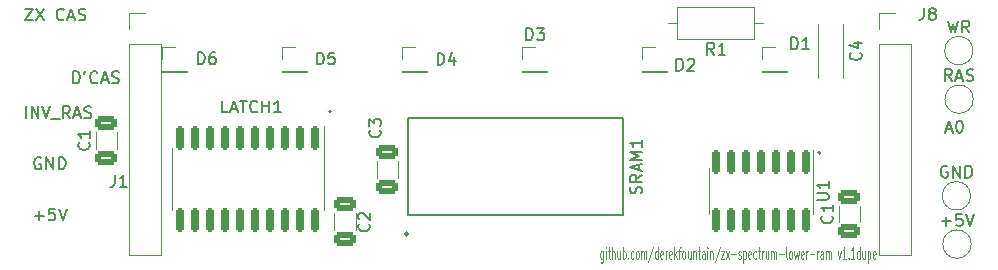
<source format=gto>
G04 #@! TF.GenerationSoftware,KiCad,Pcbnew,6.0.9-8da3e8f707~116~ubuntu20.04.1*
G04 #@! TF.CreationDate,2022-11-07T18:31:13+00:00*
G04 #@! TF.ProjectId,slrm,736c726d-2e6b-4696-9361-645f70636258,rev?*
G04 #@! TF.SameCoordinates,Original*
G04 #@! TF.FileFunction,Legend,Top*
G04 #@! TF.FilePolarity,Positive*
%FSLAX46Y46*%
G04 Gerber Fmt 4.6, Leading zero omitted, Abs format (unit mm)*
G04 Created by KiCad (PCBNEW 6.0.9-8da3e8f707~116~ubuntu20.04.1) date 2022-11-07 18:31:13*
%MOMM*%
%LPD*%
G01*
G04 APERTURE LIST*
G04 Aperture macros list*
%AMRoundRect*
0 Rectangle with rounded corners*
0 $1 Rounding radius*
0 $2 $3 $4 $5 $6 $7 $8 $9 X,Y pos of 4 corners*
0 Add a 4 corners polygon primitive as box body*
4,1,4,$2,$3,$4,$5,$6,$7,$8,$9,$2,$3,0*
0 Add four circle primitives for the rounded corners*
1,1,$1+$1,$2,$3*
1,1,$1+$1,$4,$5*
1,1,$1+$1,$6,$7*
1,1,$1+$1,$8,$9*
0 Add four rect primitives between the rounded corners*
20,1,$1+$1,$2,$3,$4,$5,0*
20,1,$1+$1,$4,$5,$6,$7,0*
20,1,$1+$1,$6,$7,$8,$9,0*
20,1,$1+$1,$8,$9,$2,$3,0*%
G04 Aperture macros list end*
%ADD10C,0.150000*%
%ADD11C,0.125000*%
%ADD12C,0.120000*%
%ADD13C,0.200000*%
%ADD14C,0.223606*%
%ADD15RoundRect,0.250000X0.650000X-0.325000X0.650000X0.325000X-0.650000X0.325000X-0.650000X-0.325000X0*%
%ADD16C,2.000000*%
%ADD17RoundRect,0.150000X-0.150000X0.825000X-0.150000X-0.825000X0.150000X-0.825000X0.150000X0.825000X0*%
%ADD18R,1.350000X1.350000*%
%ADD19C,1.600000*%
%ADD20O,0.600000X2.250000*%
%ADD21R,1.700000X1.700000*%
%ADD22O,1.700000X1.700000*%
%ADD23O,1.600000X1.600000*%
%ADD24RoundRect,0.150000X-0.150000X0.837500X-0.150000X-0.837500X0.150000X-0.837500X0.150000X0.837500X0*%
%ADD25RoundRect,0.250000X-0.650000X0.325000X-0.650000X-0.325000X0.650000X-0.325000X0.650000X0.325000X0*%
G04 APERTURE END LIST*
D10*
X109194161Y-84628780D02*
X109860828Y-84628780D01*
X109194161Y-85628780D01*
X109860828Y-85628780D01*
X110146542Y-84628780D02*
X110813209Y-85628780D01*
X110813209Y-84628780D02*
X110146542Y-85628780D01*
X112527495Y-85533542D02*
X112479876Y-85581161D01*
X112337019Y-85628780D01*
X112241780Y-85628780D01*
X112098923Y-85581161D01*
X112003685Y-85485923D01*
X111956066Y-85390685D01*
X111908447Y-85200209D01*
X111908447Y-85057352D01*
X111956066Y-84866876D01*
X112003685Y-84771638D01*
X112098923Y-84676400D01*
X112241780Y-84628780D01*
X112337019Y-84628780D01*
X112479876Y-84676400D01*
X112527495Y-84724019D01*
X112908447Y-85343066D02*
X113384638Y-85343066D01*
X112813209Y-85628780D02*
X113146542Y-84628780D01*
X113479876Y-85628780D01*
X113765590Y-85581161D02*
X113908447Y-85628780D01*
X114146542Y-85628780D01*
X114241780Y-85581161D01*
X114289400Y-85533542D01*
X114337019Y-85438304D01*
X114337019Y-85343066D01*
X114289400Y-85247828D01*
X114241780Y-85200209D01*
X114146542Y-85152590D01*
X113956066Y-85104971D01*
X113860828Y-85057352D01*
X113813209Y-85009733D01*
X113765590Y-84914495D01*
X113765590Y-84819257D01*
X113813209Y-84724019D01*
X113860828Y-84676400D01*
X113956066Y-84628780D01*
X114194161Y-84628780D01*
X114337019Y-84676400D01*
X110558095Y-97266600D02*
X110462857Y-97218980D01*
X110320000Y-97218980D01*
X110177142Y-97266600D01*
X110081904Y-97361838D01*
X110034285Y-97457076D01*
X109986666Y-97647552D01*
X109986666Y-97790409D01*
X110034285Y-97980885D01*
X110081904Y-98076123D01*
X110177142Y-98171361D01*
X110320000Y-98218980D01*
X110415238Y-98218980D01*
X110558095Y-98171361D01*
X110605714Y-98123742D01*
X110605714Y-97790409D01*
X110415238Y-97790409D01*
X111034285Y-98218980D02*
X111034285Y-97218980D01*
X111605714Y-98218980D01*
X111605714Y-97218980D01*
X112081904Y-98218980D02*
X112081904Y-97218980D01*
X112320000Y-97218980D01*
X112462857Y-97266600D01*
X112558095Y-97361838D01*
X112605714Y-97457076D01*
X112653333Y-97647552D01*
X112653333Y-97790409D01*
X112605714Y-97980885D01*
X112558095Y-98076123D01*
X112462857Y-98171361D01*
X112320000Y-98218980D01*
X112081904Y-98218980D01*
X110034285Y-102181428D02*
X110796190Y-102181428D01*
X110415238Y-102562380D02*
X110415238Y-101800476D01*
X111748571Y-101562380D02*
X111272380Y-101562380D01*
X111224761Y-102038571D01*
X111272380Y-101990952D01*
X111367619Y-101943333D01*
X111605714Y-101943333D01*
X111700952Y-101990952D01*
X111748571Y-102038571D01*
X111796190Y-102133809D01*
X111796190Y-102371904D01*
X111748571Y-102467142D01*
X111700952Y-102514761D01*
X111605714Y-102562380D01*
X111367619Y-102562380D01*
X111272380Y-102514761D01*
X111224761Y-102467142D01*
X112081904Y-101562380D02*
X112415238Y-102562380D01*
X112748571Y-101562380D01*
X135140000Y-93320000D02*
G75*
G03*
X135140000Y-93320000I-100000J0D01*
G01*
X176580000Y-96820000D02*
G75*
G03*
X176580000Y-96820000I-100000J0D01*
G01*
D11*
X158163333Y-105145714D02*
X158163333Y-105955238D01*
X158139523Y-106050476D01*
X158115714Y-106098095D01*
X158068095Y-106145714D01*
X157996666Y-106145714D01*
X157949047Y-106098095D01*
X158163333Y-105764761D02*
X158115714Y-105812380D01*
X158020476Y-105812380D01*
X157972857Y-105764761D01*
X157949047Y-105717142D01*
X157925238Y-105621904D01*
X157925238Y-105336190D01*
X157949047Y-105240952D01*
X157972857Y-105193333D01*
X158020476Y-105145714D01*
X158115714Y-105145714D01*
X158163333Y-105193333D01*
X158401428Y-105812380D02*
X158401428Y-105145714D01*
X158401428Y-104812380D02*
X158377619Y-104860000D01*
X158401428Y-104907619D01*
X158425238Y-104860000D01*
X158401428Y-104812380D01*
X158401428Y-104907619D01*
X158568095Y-105145714D02*
X158758571Y-105145714D01*
X158639523Y-104812380D02*
X158639523Y-105669523D01*
X158663333Y-105764761D01*
X158710952Y-105812380D01*
X158758571Y-105812380D01*
X158925238Y-105812380D02*
X158925238Y-104812380D01*
X159139523Y-105812380D02*
X159139523Y-105288571D01*
X159115714Y-105193333D01*
X159068095Y-105145714D01*
X158996666Y-105145714D01*
X158949047Y-105193333D01*
X158925238Y-105240952D01*
X159591904Y-105145714D02*
X159591904Y-105812380D01*
X159377619Y-105145714D02*
X159377619Y-105669523D01*
X159401428Y-105764761D01*
X159449047Y-105812380D01*
X159520476Y-105812380D01*
X159568095Y-105764761D01*
X159591904Y-105717142D01*
X159830000Y-105812380D02*
X159830000Y-104812380D01*
X159830000Y-105193333D02*
X159877619Y-105145714D01*
X159972857Y-105145714D01*
X160020476Y-105193333D01*
X160044285Y-105240952D01*
X160068095Y-105336190D01*
X160068095Y-105621904D01*
X160044285Y-105717142D01*
X160020476Y-105764761D01*
X159972857Y-105812380D01*
X159877619Y-105812380D01*
X159830000Y-105764761D01*
X160282380Y-105717142D02*
X160306190Y-105764761D01*
X160282380Y-105812380D01*
X160258571Y-105764761D01*
X160282380Y-105717142D01*
X160282380Y-105812380D01*
X160734761Y-105764761D02*
X160687142Y-105812380D01*
X160591904Y-105812380D01*
X160544285Y-105764761D01*
X160520476Y-105717142D01*
X160496666Y-105621904D01*
X160496666Y-105336190D01*
X160520476Y-105240952D01*
X160544285Y-105193333D01*
X160591904Y-105145714D01*
X160687142Y-105145714D01*
X160734761Y-105193333D01*
X161020476Y-105812380D02*
X160972857Y-105764761D01*
X160949047Y-105717142D01*
X160925238Y-105621904D01*
X160925238Y-105336190D01*
X160949047Y-105240952D01*
X160972857Y-105193333D01*
X161020476Y-105145714D01*
X161091904Y-105145714D01*
X161139523Y-105193333D01*
X161163333Y-105240952D01*
X161187142Y-105336190D01*
X161187142Y-105621904D01*
X161163333Y-105717142D01*
X161139523Y-105764761D01*
X161091904Y-105812380D01*
X161020476Y-105812380D01*
X161401428Y-105812380D02*
X161401428Y-105145714D01*
X161401428Y-105240952D02*
X161425238Y-105193333D01*
X161472857Y-105145714D01*
X161544285Y-105145714D01*
X161591904Y-105193333D01*
X161615714Y-105288571D01*
X161615714Y-105812380D01*
X161615714Y-105288571D02*
X161639523Y-105193333D01*
X161687142Y-105145714D01*
X161758571Y-105145714D01*
X161806190Y-105193333D01*
X161830000Y-105288571D01*
X161830000Y-105812380D01*
X162425238Y-104764761D02*
X161996666Y-106050476D01*
X162806190Y-105812380D02*
X162806190Y-104812380D01*
X162806190Y-105764761D02*
X162758571Y-105812380D01*
X162663333Y-105812380D01*
X162615714Y-105764761D01*
X162591904Y-105717142D01*
X162568095Y-105621904D01*
X162568095Y-105336190D01*
X162591904Y-105240952D01*
X162615714Y-105193333D01*
X162663333Y-105145714D01*
X162758571Y-105145714D01*
X162806190Y-105193333D01*
X163234761Y-105764761D02*
X163187142Y-105812380D01*
X163091904Y-105812380D01*
X163044285Y-105764761D01*
X163020476Y-105669523D01*
X163020476Y-105288571D01*
X163044285Y-105193333D01*
X163091904Y-105145714D01*
X163187142Y-105145714D01*
X163234761Y-105193333D01*
X163258571Y-105288571D01*
X163258571Y-105383809D01*
X163020476Y-105479047D01*
X163472857Y-105812380D02*
X163472857Y-105145714D01*
X163472857Y-105336190D02*
X163496666Y-105240952D01*
X163520476Y-105193333D01*
X163568095Y-105145714D01*
X163615714Y-105145714D01*
X163972857Y-105764761D02*
X163925238Y-105812380D01*
X163830000Y-105812380D01*
X163782380Y-105764761D01*
X163758571Y-105669523D01*
X163758571Y-105288571D01*
X163782380Y-105193333D01*
X163830000Y-105145714D01*
X163925238Y-105145714D01*
X163972857Y-105193333D01*
X163996666Y-105288571D01*
X163996666Y-105383809D01*
X163758571Y-105479047D01*
X164210952Y-105812380D02*
X164210952Y-104812380D01*
X164258571Y-105431428D02*
X164401428Y-105812380D01*
X164401428Y-105145714D02*
X164210952Y-105526666D01*
X164544285Y-105145714D02*
X164734761Y-105145714D01*
X164615714Y-105812380D02*
X164615714Y-104955238D01*
X164639523Y-104860000D01*
X164687142Y-104812380D01*
X164734761Y-104812380D01*
X164972857Y-105812380D02*
X164925238Y-105764761D01*
X164901428Y-105717142D01*
X164877619Y-105621904D01*
X164877619Y-105336190D01*
X164901428Y-105240952D01*
X164925238Y-105193333D01*
X164972857Y-105145714D01*
X165044285Y-105145714D01*
X165091904Y-105193333D01*
X165115714Y-105240952D01*
X165139523Y-105336190D01*
X165139523Y-105621904D01*
X165115714Y-105717142D01*
X165091904Y-105764761D01*
X165044285Y-105812380D01*
X164972857Y-105812380D01*
X165568095Y-105145714D02*
X165568095Y-105812380D01*
X165353809Y-105145714D02*
X165353809Y-105669523D01*
X165377619Y-105764761D01*
X165425238Y-105812380D01*
X165496666Y-105812380D01*
X165544285Y-105764761D01*
X165568095Y-105717142D01*
X165806190Y-105145714D02*
X165806190Y-105812380D01*
X165806190Y-105240952D02*
X165830000Y-105193333D01*
X165877619Y-105145714D01*
X165949047Y-105145714D01*
X165996666Y-105193333D01*
X166020476Y-105288571D01*
X166020476Y-105812380D01*
X166187142Y-105145714D02*
X166377619Y-105145714D01*
X166258571Y-104812380D02*
X166258571Y-105669523D01*
X166282380Y-105764761D01*
X166330000Y-105812380D01*
X166377619Y-105812380D01*
X166758571Y-105812380D02*
X166758571Y-105288571D01*
X166734761Y-105193333D01*
X166687142Y-105145714D01*
X166591904Y-105145714D01*
X166544285Y-105193333D01*
X166758571Y-105764761D02*
X166710952Y-105812380D01*
X166591904Y-105812380D01*
X166544285Y-105764761D01*
X166520476Y-105669523D01*
X166520476Y-105574285D01*
X166544285Y-105479047D01*
X166591904Y-105431428D01*
X166710952Y-105431428D01*
X166758571Y-105383809D01*
X166996666Y-105812380D02*
X166996666Y-105145714D01*
X166996666Y-104812380D02*
X166972857Y-104860000D01*
X166996666Y-104907619D01*
X167020476Y-104860000D01*
X166996666Y-104812380D01*
X166996666Y-104907619D01*
X167234761Y-105145714D02*
X167234761Y-105812380D01*
X167234761Y-105240952D02*
X167258571Y-105193333D01*
X167306190Y-105145714D01*
X167377619Y-105145714D01*
X167425238Y-105193333D01*
X167449047Y-105288571D01*
X167449047Y-105812380D01*
X168044285Y-104764761D02*
X167615714Y-106050476D01*
X168163333Y-105145714D02*
X168425238Y-105145714D01*
X168163333Y-105812380D01*
X168425238Y-105812380D01*
X168568095Y-105812380D02*
X168830000Y-105145714D01*
X168568095Y-105145714D02*
X168830000Y-105812380D01*
X169020476Y-105431428D02*
X169401428Y-105431428D01*
X169615714Y-105764761D02*
X169663333Y-105812380D01*
X169758571Y-105812380D01*
X169806190Y-105764761D01*
X169830000Y-105669523D01*
X169830000Y-105621904D01*
X169806190Y-105526666D01*
X169758571Y-105479047D01*
X169687142Y-105479047D01*
X169639523Y-105431428D01*
X169615714Y-105336190D01*
X169615714Y-105288571D01*
X169639523Y-105193333D01*
X169687142Y-105145714D01*
X169758571Y-105145714D01*
X169806190Y-105193333D01*
X170044285Y-105145714D02*
X170044285Y-106145714D01*
X170044285Y-105193333D02*
X170091904Y-105145714D01*
X170187142Y-105145714D01*
X170234761Y-105193333D01*
X170258571Y-105240952D01*
X170282380Y-105336190D01*
X170282380Y-105621904D01*
X170258571Y-105717142D01*
X170234761Y-105764761D01*
X170187142Y-105812380D01*
X170091904Y-105812380D01*
X170044285Y-105764761D01*
X170687142Y-105764761D02*
X170639523Y-105812380D01*
X170544285Y-105812380D01*
X170496666Y-105764761D01*
X170472857Y-105669523D01*
X170472857Y-105288571D01*
X170496666Y-105193333D01*
X170544285Y-105145714D01*
X170639523Y-105145714D01*
X170687142Y-105193333D01*
X170710952Y-105288571D01*
X170710952Y-105383809D01*
X170472857Y-105479047D01*
X171139523Y-105764761D02*
X171091904Y-105812380D01*
X170996666Y-105812380D01*
X170949047Y-105764761D01*
X170925238Y-105717142D01*
X170901428Y-105621904D01*
X170901428Y-105336190D01*
X170925238Y-105240952D01*
X170949047Y-105193333D01*
X170996666Y-105145714D01*
X171091904Y-105145714D01*
X171139523Y-105193333D01*
X171282380Y-105145714D02*
X171472857Y-105145714D01*
X171353809Y-104812380D02*
X171353809Y-105669523D01*
X171377619Y-105764761D01*
X171425238Y-105812380D01*
X171472857Y-105812380D01*
X171639523Y-105812380D02*
X171639523Y-105145714D01*
X171639523Y-105336190D02*
X171663333Y-105240952D01*
X171687142Y-105193333D01*
X171734761Y-105145714D01*
X171782380Y-105145714D01*
X172163333Y-105145714D02*
X172163333Y-105812380D01*
X171949047Y-105145714D02*
X171949047Y-105669523D01*
X171972857Y-105764761D01*
X172020476Y-105812380D01*
X172091904Y-105812380D01*
X172139523Y-105764761D01*
X172163333Y-105717142D01*
X172401428Y-105812380D02*
X172401428Y-105145714D01*
X172401428Y-105240952D02*
X172425238Y-105193333D01*
X172472857Y-105145714D01*
X172544285Y-105145714D01*
X172591904Y-105193333D01*
X172615714Y-105288571D01*
X172615714Y-105812380D01*
X172615714Y-105288571D02*
X172639523Y-105193333D01*
X172687142Y-105145714D01*
X172758571Y-105145714D01*
X172806190Y-105193333D01*
X172830000Y-105288571D01*
X172830000Y-105812380D01*
X173068095Y-105431428D02*
X173449047Y-105431428D01*
X173758571Y-105812380D02*
X173710952Y-105764761D01*
X173687142Y-105669523D01*
X173687142Y-104812380D01*
X174020476Y-105812380D02*
X173972857Y-105764761D01*
X173949047Y-105717142D01*
X173925238Y-105621904D01*
X173925238Y-105336190D01*
X173949047Y-105240952D01*
X173972857Y-105193333D01*
X174020476Y-105145714D01*
X174091904Y-105145714D01*
X174139523Y-105193333D01*
X174163333Y-105240952D01*
X174187142Y-105336190D01*
X174187142Y-105621904D01*
X174163333Y-105717142D01*
X174139523Y-105764761D01*
X174091904Y-105812380D01*
X174020476Y-105812380D01*
X174353809Y-105145714D02*
X174449047Y-105812380D01*
X174544285Y-105336190D01*
X174639523Y-105812380D01*
X174734761Y-105145714D01*
X175115714Y-105764761D02*
X175068095Y-105812380D01*
X174972857Y-105812380D01*
X174925238Y-105764761D01*
X174901428Y-105669523D01*
X174901428Y-105288571D01*
X174925238Y-105193333D01*
X174972857Y-105145714D01*
X175068095Y-105145714D01*
X175115714Y-105193333D01*
X175139523Y-105288571D01*
X175139523Y-105383809D01*
X174901428Y-105479047D01*
X175353809Y-105812380D02*
X175353809Y-105145714D01*
X175353809Y-105336190D02*
X175377619Y-105240952D01*
X175401428Y-105193333D01*
X175449047Y-105145714D01*
X175496666Y-105145714D01*
X175663333Y-105431428D02*
X176044285Y-105431428D01*
X176282380Y-105812380D02*
X176282380Y-105145714D01*
X176282380Y-105336190D02*
X176306190Y-105240952D01*
X176330000Y-105193333D01*
X176377619Y-105145714D01*
X176425238Y-105145714D01*
X176806190Y-105812380D02*
X176806190Y-105288571D01*
X176782380Y-105193333D01*
X176734761Y-105145714D01*
X176639523Y-105145714D01*
X176591904Y-105193333D01*
X176806190Y-105764761D02*
X176758571Y-105812380D01*
X176639523Y-105812380D01*
X176591904Y-105764761D01*
X176568095Y-105669523D01*
X176568095Y-105574285D01*
X176591904Y-105479047D01*
X176639523Y-105431428D01*
X176758571Y-105431428D01*
X176806190Y-105383809D01*
X177044285Y-105812380D02*
X177044285Y-105145714D01*
X177044285Y-105240952D02*
X177068095Y-105193333D01*
X177115714Y-105145714D01*
X177187142Y-105145714D01*
X177234761Y-105193333D01*
X177258571Y-105288571D01*
X177258571Y-105812380D01*
X177258571Y-105288571D02*
X177282380Y-105193333D01*
X177330000Y-105145714D01*
X177401428Y-105145714D01*
X177449047Y-105193333D01*
X177472857Y-105288571D01*
X177472857Y-105812380D01*
X178044285Y-105145714D02*
X178163333Y-105812380D01*
X178282380Y-105145714D01*
X178734761Y-105812380D02*
X178449047Y-105812380D01*
X178591904Y-105812380D02*
X178591904Y-104812380D01*
X178544285Y-104955238D01*
X178496666Y-105050476D01*
X178449047Y-105098095D01*
X178949047Y-105717142D02*
X178972857Y-105764761D01*
X178949047Y-105812380D01*
X178925238Y-105764761D01*
X178949047Y-105717142D01*
X178949047Y-105812380D01*
X179449047Y-105812380D02*
X179163333Y-105812380D01*
X179306190Y-105812380D02*
X179306190Y-104812380D01*
X179258571Y-104955238D01*
X179210952Y-105050476D01*
X179163333Y-105098095D01*
X179877619Y-105812380D02*
X179877619Y-104812380D01*
X179877619Y-105764761D02*
X179830000Y-105812380D01*
X179734761Y-105812380D01*
X179687142Y-105764761D01*
X179663333Y-105717142D01*
X179639523Y-105621904D01*
X179639523Y-105336190D01*
X179663333Y-105240952D01*
X179687142Y-105193333D01*
X179734761Y-105145714D01*
X179830000Y-105145714D01*
X179877619Y-105193333D01*
X180330000Y-105145714D02*
X180330000Y-105812380D01*
X180115714Y-105145714D02*
X180115714Y-105669523D01*
X180139523Y-105764761D01*
X180187142Y-105812380D01*
X180258571Y-105812380D01*
X180306190Y-105764761D01*
X180330000Y-105717142D01*
X180568095Y-105145714D02*
X180568095Y-106145714D01*
X180568095Y-105193333D02*
X180615714Y-105145714D01*
X180710952Y-105145714D01*
X180758571Y-105193333D01*
X180782380Y-105240952D01*
X180806190Y-105336190D01*
X180806190Y-105621904D01*
X180782380Y-105717142D01*
X180758571Y-105764761D01*
X180710952Y-105812380D01*
X180615714Y-105812380D01*
X180568095Y-105764761D01*
X181210952Y-105764761D02*
X181163333Y-105812380D01*
X181068095Y-105812380D01*
X181020476Y-105764761D01*
X180996666Y-105669523D01*
X180996666Y-105288571D01*
X181020476Y-105193333D01*
X181068095Y-105145714D01*
X181163333Y-105145714D01*
X181210952Y-105193333D01*
X181234761Y-105288571D01*
X181234761Y-105383809D01*
X180996666Y-105479047D01*
D10*
X109301304Y-93898980D02*
X109301304Y-92898980D01*
X109777495Y-93898980D02*
X109777495Y-92898980D01*
X110348923Y-93898980D01*
X110348923Y-92898980D01*
X110682257Y-92898980D02*
X111015590Y-93898980D01*
X111348923Y-92898980D01*
X111444161Y-93994219D02*
X112206066Y-93994219D01*
X113015590Y-93898980D02*
X112682257Y-93422790D01*
X112444161Y-93898980D02*
X112444161Y-92898980D01*
X112825114Y-92898980D01*
X112920352Y-92946600D01*
X112967971Y-92994219D01*
X113015590Y-93089457D01*
X113015590Y-93232314D01*
X112967971Y-93327552D01*
X112920352Y-93375171D01*
X112825114Y-93422790D01*
X112444161Y-93422790D01*
X113396542Y-93613266D02*
X113872733Y-93613266D01*
X113301304Y-93898980D02*
X113634638Y-92898980D01*
X113967971Y-93898980D01*
X114253685Y-93851361D02*
X114396542Y-93898980D01*
X114634638Y-93898980D01*
X114729876Y-93851361D01*
X114777495Y-93803742D01*
X114825114Y-93708504D01*
X114825114Y-93613266D01*
X114777495Y-93518028D01*
X114729876Y-93470409D01*
X114634638Y-93422790D01*
X114444161Y-93375171D01*
X114348923Y-93327552D01*
X114301304Y-93279933D01*
X114253685Y-93184695D01*
X114253685Y-93089457D01*
X114301304Y-92994219D01*
X114348923Y-92946600D01*
X114444161Y-92898980D01*
X114682257Y-92898980D01*
X114825114Y-92946600D01*
X113295238Y-90942380D02*
X113295238Y-89942380D01*
X113533333Y-89942380D01*
X113676190Y-89990000D01*
X113771428Y-90085238D01*
X113819047Y-90180476D01*
X113866666Y-90370952D01*
X113866666Y-90513809D01*
X113819047Y-90704285D01*
X113771428Y-90799523D01*
X113676190Y-90894761D01*
X113533333Y-90942380D01*
X113295238Y-90942380D01*
X114342857Y-89942380D02*
X114247619Y-90132857D01*
X115342857Y-90847142D02*
X115295238Y-90894761D01*
X115152380Y-90942380D01*
X115057142Y-90942380D01*
X114914285Y-90894761D01*
X114819047Y-90799523D01*
X114771428Y-90704285D01*
X114723809Y-90513809D01*
X114723809Y-90370952D01*
X114771428Y-90180476D01*
X114819047Y-90085238D01*
X114914285Y-89990000D01*
X115057142Y-89942380D01*
X115152380Y-89942380D01*
X115295238Y-89990000D01*
X115342857Y-90037619D01*
X115723809Y-90656666D02*
X116200000Y-90656666D01*
X115628571Y-90942380D02*
X115961904Y-89942380D01*
X116295238Y-90942380D01*
X116580952Y-90894761D02*
X116723809Y-90942380D01*
X116961904Y-90942380D01*
X117057142Y-90894761D01*
X117104761Y-90847142D01*
X117152380Y-90751904D01*
X117152380Y-90656666D01*
X117104761Y-90561428D01*
X117057142Y-90513809D01*
X116961904Y-90466190D01*
X116771428Y-90418571D01*
X116676190Y-90370952D01*
X116628571Y-90323333D01*
X116580952Y-90228095D01*
X116580952Y-90132857D01*
X116628571Y-90037619D01*
X116676190Y-89990000D01*
X116771428Y-89942380D01*
X117009523Y-89942380D01*
X117152380Y-89990000D01*
X187194914Y-94832466D02*
X187671104Y-94832466D01*
X187099676Y-95118180D02*
X187433009Y-94118180D01*
X187766342Y-95118180D01*
X188290152Y-94118180D02*
X188385390Y-94118180D01*
X188480628Y-94165800D01*
X188528247Y-94213419D01*
X188575866Y-94308657D01*
X188623485Y-94499133D01*
X188623485Y-94737228D01*
X188575866Y-94927704D01*
X188528247Y-95022942D01*
X188480628Y-95070561D01*
X188385390Y-95118180D01*
X188290152Y-95118180D01*
X188194914Y-95070561D01*
X188147295Y-95022942D01*
X188099676Y-94927704D01*
X188052057Y-94737228D01*
X188052057Y-94499133D01*
X188099676Y-94308657D01*
X188147295Y-94213419D01*
X188194914Y-94165800D01*
X188290152Y-94118180D01*
X114617142Y-95946666D02*
X114664761Y-95994285D01*
X114712380Y-96137142D01*
X114712380Y-96232380D01*
X114664761Y-96375238D01*
X114569523Y-96470476D01*
X114474285Y-96518095D01*
X114283809Y-96565714D01*
X114140952Y-96565714D01*
X113950476Y-96518095D01*
X113855238Y-96470476D01*
X113760000Y-96375238D01*
X113712380Y-96232380D01*
X113712380Y-96137142D01*
X113760000Y-95994285D01*
X113807619Y-95946666D01*
X114712380Y-94994285D02*
X114712380Y-95565714D01*
X114712380Y-95280000D02*
X113712380Y-95280000D01*
X113855238Y-95375238D01*
X113950476Y-95470476D01*
X113998095Y-95565714D01*
X187353828Y-85631380D02*
X187591923Y-86631380D01*
X187782400Y-85917095D01*
X187972876Y-86631380D01*
X188210971Y-85631380D01*
X189163352Y-86631380D02*
X188830019Y-86155190D01*
X188591923Y-86631380D02*
X188591923Y-85631380D01*
X188972876Y-85631380D01*
X189068114Y-85679000D01*
X189115733Y-85726619D01*
X189163352Y-85821857D01*
X189163352Y-85964714D01*
X189115733Y-86059952D01*
X189068114Y-86107571D01*
X188972876Y-86155190D01*
X188591923Y-86155190D01*
X187712561Y-90746180D02*
X187379228Y-90269990D01*
X187141133Y-90746180D02*
X187141133Y-89746180D01*
X187522085Y-89746180D01*
X187617323Y-89793800D01*
X187664942Y-89841419D01*
X187712561Y-89936657D01*
X187712561Y-90079514D01*
X187664942Y-90174752D01*
X187617323Y-90222371D01*
X187522085Y-90269990D01*
X187141133Y-90269990D01*
X188093514Y-90460466D02*
X188569704Y-90460466D01*
X187998276Y-90746180D02*
X188331609Y-89746180D01*
X188664942Y-90746180D01*
X188950657Y-90698561D02*
X189093514Y-90746180D01*
X189331609Y-90746180D01*
X189426847Y-90698561D01*
X189474466Y-90650942D01*
X189522085Y-90555704D01*
X189522085Y-90460466D01*
X189474466Y-90365228D01*
X189426847Y-90317609D01*
X189331609Y-90269990D01*
X189141133Y-90222371D01*
X189045895Y-90174752D01*
X188998276Y-90127133D01*
X188950657Y-90031895D01*
X188950657Y-89936657D01*
X188998276Y-89841419D01*
X189045895Y-89793800D01*
X189141133Y-89746180D01*
X189379228Y-89746180D01*
X189522085Y-89793800D01*
X186844285Y-102633428D02*
X187606190Y-102633428D01*
X187225238Y-103014380D02*
X187225238Y-102252476D01*
X188558571Y-102014380D02*
X188082380Y-102014380D01*
X188034761Y-102490571D01*
X188082380Y-102442952D01*
X188177619Y-102395333D01*
X188415714Y-102395333D01*
X188510952Y-102442952D01*
X188558571Y-102490571D01*
X188606190Y-102585809D01*
X188606190Y-102823904D01*
X188558571Y-102919142D01*
X188510952Y-102966761D01*
X188415714Y-103014380D01*
X188177619Y-103014380D01*
X188082380Y-102966761D01*
X188034761Y-102919142D01*
X188891904Y-102014380D02*
X189225238Y-103014380D01*
X189558571Y-102014380D01*
X187317295Y-97972600D02*
X187222057Y-97924980D01*
X187079200Y-97924980D01*
X186936342Y-97972600D01*
X186841104Y-98067838D01*
X186793485Y-98163076D01*
X186745866Y-98353552D01*
X186745866Y-98496409D01*
X186793485Y-98686885D01*
X186841104Y-98782123D01*
X186936342Y-98877361D01*
X187079200Y-98924980D01*
X187174438Y-98924980D01*
X187317295Y-98877361D01*
X187364914Y-98829742D01*
X187364914Y-98496409D01*
X187174438Y-98496409D01*
X187793485Y-98924980D02*
X187793485Y-97924980D01*
X188364914Y-98924980D01*
X188364914Y-97924980D01*
X188841104Y-98924980D02*
X188841104Y-97924980D01*
X189079200Y-97924980D01*
X189222057Y-97972600D01*
X189317295Y-98067838D01*
X189364914Y-98163076D01*
X189412533Y-98353552D01*
X189412533Y-98496409D01*
X189364914Y-98686885D01*
X189317295Y-98782123D01*
X189222057Y-98877361D01*
X189079200Y-98924980D01*
X188841104Y-98924980D01*
X176262380Y-100831904D02*
X177071904Y-100831904D01*
X177167142Y-100784285D01*
X177214761Y-100736666D01*
X177262380Y-100641428D01*
X177262380Y-100450952D01*
X177214761Y-100355714D01*
X177167142Y-100308095D01*
X177071904Y-100260476D01*
X176262380Y-100260476D01*
X177262380Y-99260476D02*
X177262380Y-99831904D01*
X177262380Y-99546190D02*
X176262380Y-99546190D01*
X176405238Y-99641428D01*
X176500476Y-99736666D01*
X176548095Y-99831904D01*
X177527142Y-102176666D02*
X177574761Y-102224285D01*
X177622380Y-102367142D01*
X177622380Y-102462380D01*
X177574761Y-102605238D01*
X177479523Y-102700476D01*
X177384285Y-102748095D01*
X177193809Y-102795714D01*
X177050952Y-102795714D01*
X176860476Y-102748095D01*
X176765238Y-102700476D01*
X176670000Y-102605238D01*
X176622380Y-102462380D01*
X176622380Y-102367142D01*
X176670000Y-102224285D01*
X176717619Y-102176666D01*
X177622380Y-101224285D02*
X177622380Y-101795714D01*
X177622380Y-101510000D02*
X176622380Y-101510000D01*
X176765238Y-101605238D01*
X176860476Y-101700476D01*
X176908095Y-101795714D01*
X123861904Y-89322380D02*
X123861904Y-88322380D01*
X124100000Y-88322380D01*
X124242857Y-88370000D01*
X124338095Y-88465238D01*
X124385714Y-88560476D01*
X124433333Y-88750952D01*
X124433333Y-88893809D01*
X124385714Y-89084285D01*
X124338095Y-89179523D01*
X124242857Y-89274761D01*
X124100000Y-89322380D01*
X123861904Y-89322380D01*
X125290476Y-88322380D02*
X125100000Y-88322380D01*
X125004761Y-88370000D01*
X124957142Y-88417619D01*
X124861904Y-88560476D01*
X124814285Y-88750952D01*
X124814285Y-89131904D01*
X124861904Y-89227142D01*
X124909523Y-89274761D01*
X125004761Y-89322380D01*
X125195238Y-89322380D01*
X125290476Y-89274761D01*
X125338095Y-89227142D01*
X125385714Y-89131904D01*
X125385714Y-88893809D01*
X125338095Y-88798571D01*
X125290476Y-88750952D01*
X125195238Y-88703333D01*
X125004761Y-88703333D01*
X124909523Y-88750952D01*
X124861904Y-88798571D01*
X124814285Y-88893809D01*
X164381904Y-89872380D02*
X164381904Y-88872380D01*
X164620000Y-88872380D01*
X164762857Y-88920000D01*
X164858095Y-89015238D01*
X164905714Y-89110476D01*
X164953333Y-89300952D01*
X164953333Y-89443809D01*
X164905714Y-89634285D01*
X164858095Y-89729523D01*
X164762857Y-89824761D01*
X164620000Y-89872380D01*
X164381904Y-89872380D01*
X165334285Y-88967619D02*
X165381904Y-88920000D01*
X165477142Y-88872380D01*
X165715238Y-88872380D01*
X165810476Y-88920000D01*
X165858095Y-88967619D01*
X165905714Y-89062857D01*
X165905714Y-89158095D01*
X165858095Y-89300952D01*
X165286666Y-89872380D01*
X165905714Y-89872380D01*
X179957142Y-88356666D02*
X180004761Y-88404285D01*
X180052380Y-88547142D01*
X180052380Y-88642380D01*
X180004761Y-88785238D01*
X179909523Y-88880476D01*
X179814285Y-88928095D01*
X179623809Y-88975714D01*
X179480952Y-88975714D01*
X179290476Y-88928095D01*
X179195238Y-88880476D01*
X179100000Y-88785238D01*
X179052380Y-88642380D01*
X179052380Y-88547142D01*
X179100000Y-88404285D01*
X179147619Y-88356666D01*
X179385714Y-87499523D02*
X180052380Y-87499523D01*
X179004761Y-87737619D02*
X179719047Y-87975714D01*
X179719047Y-87356666D01*
X144151904Y-89382380D02*
X144151904Y-88382380D01*
X144390000Y-88382380D01*
X144532857Y-88430000D01*
X144628095Y-88525238D01*
X144675714Y-88620476D01*
X144723333Y-88810952D01*
X144723333Y-88953809D01*
X144675714Y-89144285D01*
X144628095Y-89239523D01*
X144532857Y-89334761D01*
X144390000Y-89382380D01*
X144151904Y-89382380D01*
X145580476Y-88715714D02*
X145580476Y-89382380D01*
X145342380Y-88334761D02*
X145104285Y-89049047D01*
X145723333Y-89049047D01*
X161405316Y-100265003D02*
X161453000Y-100121950D01*
X161453000Y-99883529D01*
X161405316Y-99788160D01*
X161357632Y-99740476D01*
X161262263Y-99692792D01*
X161166895Y-99692792D01*
X161071526Y-99740476D01*
X161023842Y-99788160D01*
X160976157Y-99883529D01*
X160928473Y-100074266D01*
X160880789Y-100169635D01*
X160833105Y-100217319D01*
X160737736Y-100265003D01*
X160642367Y-100265003D01*
X160546999Y-100217319D01*
X160499315Y-100169635D01*
X160451630Y-100074266D01*
X160451630Y-99835845D01*
X160499315Y-99692792D01*
X161453000Y-98691422D02*
X160976157Y-99025212D01*
X161453000Y-99263633D02*
X160451630Y-99263633D01*
X160451630Y-98882159D01*
X160499315Y-98786790D01*
X160546999Y-98739106D01*
X160642367Y-98691422D01*
X160785420Y-98691422D01*
X160880789Y-98739106D01*
X160928473Y-98786790D01*
X160976157Y-98882159D01*
X160976157Y-99263633D01*
X161166895Y-98309947D02*
X161166895Y-97833105D01*
X161453000Y-98405316D02*
X160451630Y-98071526D01*
X161453000Y-97737736D01*
X161453000Y-97403946D02*
X160451630Y-97403946D01*
X161166895Y-97070156D01*
X160451630Y-96736366D01*
X161453000Y-96736366D01*
X161453000Y-95734996D02*
X161453000Y-96307207D01*
X161453000Y-96021102D02*
X160451630Y-96021102D01*
X160594683Y-96116470D01*
X160690052Y-96211839D01*
X160737736Y-96307207D01*
X116836666Y-98712380D02*
X116836666Y-99426666D01*
X116789047Y-99569523D01*
X116693809Y-99664761D01*
X116550952Y-99712380D01*
X116455714Y-99712380D01*
X117836666Y-99712380D02*
X117265238Y-99712380D01*
X117550952Y-99712380D02*
X117550952Y-98712380D01*
X117455714Y-98855238D01*
X117360476Y-98950476D01*
X117265238Y-98998095D01*
X167573333Y-88522380D02*
X167240000Y-88046190D01*
X167001904Y-88522380D02*
X167001904Y-87522380D01*
X167382857Y-87522380D01*
X167478095Y-87570000D01*
X167525714Y-87617619D01*
X167573333Y-87712857D01*
X167573333Y-87855714D01*
X167525714Y-87950952D01*
X167478095Y-87998571D01*
X167382857Y-88046190D01*
X167001904Y-88046190D01*
X168525714Y-88522380D02*
X167954285Y-88522380D01*
X168240000Y-88522380D02*
X168240000Y-87522380D01*
X168144761Y-87665238D01*
X168049523Y-87760476D01*
X167954285Y-87808095D01*
X138316968Y-102841666D02*
X138364587Y-102889285D01*
X138412206Y-103032142D01*
X138412206Y-103127380D01*
X138364587Y-103270238D01*
X138269349Y-103365476D01*
X138174111Y-103413095D01*
X137983635Y-103460714D01*
X137840778Y-103460714D01*
X137650302Y-103413095D01*
X137555064Y-103365476D01*
X137459826Y-103270238D01*
X137412206Y-103127380D01*
X137412206Y-103032142D01*
X137459826Y-102889285D01*
X137507445Y-102841666D01*
X137507445Y-102460714D02*
X137459826Y-102413095D01*
X137412206Y-102317857D01*
X137412206Y-102079761D01*
X137459826Y-101984523D01*
X137507445Y-101936904D01*
X137602683Y-101889285D01*
X137697921Y-101889285D01*
X137840778Y-101936904D01*
X138412206Y-102508333D01*
X138412206Y-101889285D01*
X185315266Y-84567780D02*
X185315266Y-85282066D01*
X185267647Y-85424923D01*
X185172409Y-85520161D01*
X185029552Y-85567780D01*
X184934314Y-85567780D01*
X185934314Y-84996352D02*
X185839076Y-84948733D01*
X185791457Y-84901114D01*
X185743838Y-84805876D01*
X185743838Y-84758257D01*
X185791457Y-84663019D01*
X185839076Y-84615400D01*
X185934314Y-84567780D01*
X186124790Y-84567780D01*
X186220028Y-84615400D01*
X186267647Y-84663019D01*
X186315266Y-84758257D01*
X186315266Y-84805876D01*
X186267647Y-84901114D01*
X186220028Y-84948733D01*
X186124790Y-84996352D01*
X185934314Y-84996352D01*
X185839076Y-85043971D01*
X185791457Y-85091590D01*
X185743838Y-85186828D01*
X185743838Y-85377304D01*
X185791457Y-85472542D01*
X185839076Y-85520161D01*
X185934314Y-85567780D01*
X186124790Y-85567780D01*
X186220028Y-85520161D01*
X186267647Y-85472542D01*
X186315266Y-85377304D01*
X186315266Y-85186828D01*
X186267647Y-85091590D01*
X186220028Y-85043971D01*
X186124790Y-84996352D01*
X133941904Y-89342380D02*
X133941904Y-88342380D01*
X134180000Y-88342380D01*
X134322857Y-88390000D01*
X134418095Y-88485238D01*
X134465714Y-88580476D01*
X134513333Y-88770952D01*
X134513333Y-88913809D01*
X134465714Y-89104285D01*
X134418095Y-89199523D01*
X134322857Y-89294761D01*
X134180000Y-89342380D01*
X133941904Y-89342380D01*
X135418095Y-88342380D02*
X134941904Y-88342380D01*
X134894285Y-88818571D01*
X134941904Y-88770952D01*
X135037142Y-88723333D01*
X135275238Y-88723333D01*
X135370476Y-88770952D01*
X135418095Y-88818571D01*
X135465714Y-88913809D01*
X135465714Y-89151904D01*
X135418095Y-89247142D01*
X135370476Y-89294761D01*
X135275238Y-89342380D01*
X135037142Y-89342380D01*
X134941904Y-89294761D01*
X134894285Y-89247142D01*
X174091904Y-88062380D02*
X174091904Y-87062380D01*
X174330000Y-87062380D01*
X174472857Y-87110000D01*
X174568095Y-87205238D01*
X174615714Y-87300476D01*
X174663333Y-87490952D01*
X174663333Y-87633809D01*
X174615714Y-87824285D01*
X174568095Y-87919523D01*
X174472857Y-88014761D01*
X174330000Y-88062380D01*
X174091904Y-88062380D01*
X175615714Y-88062380D02*
X175044285Y-88062380D01*
X175330000Y-88062380D02*
X175330000Y-87062380D01*
X175234761Y-87205238D01*
X175139523Y-87300476D01*
X175044285Y-87348095D01*
X126371600Y-93416380D02*
X125895409Y-93416380D01*
X125895409Y-92416380D01*
X126657314Y-93130666D02*
X127133504Y-93130666D01*
X126562076Y-93416380D02*
X126895409Y-92416380D01*
X127228742Y-93416380D01*
X127419219Y-92416380D02*
X127990647Y-92416380D01*
X127704933Y-93416380D02*
X127704933Y-92416380D01*
X128895409Y-93321142D02*
X128847790Y-93368761D01*
X128704933Y-93416380D01*
X128609695Y-93416380D01*
X128466838Y-93368761D01*
X128371600Y-93273523D01*
X128323980Y-93178285D01*
X128276361Y-92987809D01*
X128276361Y-92844952D01*
X128323980Y-92654476D01*
X128371600Y-92559238D01*
X128466838Y-92464000D01*
X128609695Y-92416380D01*
X128704933Y-92416380D01*
X128847790Y-92464000D01*
X128895409Y-92511619D01*
X129323980Y-93416380D02*
X129323980Y-92416380D01*
X129323980Y-92892571D02*
X129895409Y-92892571D01*
X129895409Y-93416380D02*
X129895409Y-92416380D01*
X130895409Y-93416380D02*
X130323980Y-93416380D01*
X130609695Y-93416380D02*
X130609695Y-92416380D01*
X130514457Y-92559238D01*
X130419219Y-92654476D01*
X130323980Y-92702095D01*
X151661904Y-87292380D02*
X151661904Y-86292380D01*
X151900000Y-86292380D01*
X152042857Y-86340000D01*
X152138095Y-86435238D01*
X152185714Y-86530476D01*
X152233333Y-86720952D01*
X152233333Y-86863809D01*
X152185714Y-87054285D01*
X152138095Y-87149523D01*
X152042857Y-87244761D01*
X151900000Y-87292380D01*
X151661904Y-87292380D01*
X152566666Y-86292380D02*
X153185714Y-86292380D01*
X152852380Y-86673333D01*
X152995238Y-86673333D01*
X153090476Y-86720952D01*
X153138095Y-86768571D01*
X153185714Y-86863809D01*
X153185714Y-87101904D01*
X153138095Y-87197142D01*
X153090476Y-87244761D01*
X152995238Y-87292380D01*
X152709523Y-87292380D01*
X152614285Y-87244761D01*
X152566666Y-87197142D01*
X139257142Y-94906249D02*
X139304761Y-94953868D01*
X139352380Y-95096725D01*
X139352380Y-95191963D01*
X139304761Y-95334821D01*
X139209523Y-95430059D01*
X139114285Y-95477678D01*
X138923809Y-95525297D01*
X138780952Y-95525297D01*
X138590476Y-95477678D01*
X138495238Y-95430059D01*
X138400000Y-95334821D01*
X138352380Y-95191963D01*
X138352380Y-95096725D01*
X138400000Y-94953868D01*
X138447619Y-94906249D01*
X138352380Y-94572916D02*
X138352380Y-93953868D01*
X138733333Y-94287202D01*
X138733333Y-94144344D01*
X138780952Y-94049106D01*
X138828571Y-94001487D01*
X138923809Y-93953868D01*
X139161904Y-93953868D01*
X139257142Y-94001487D01*
X139304761Y-94049106D01*
X139352380Y-94144344D01*
X139352380Y-94430059D01*
X139304761Y-94525297D01*
X139257142Y-94572916D01*
D12*
X115200000Y-96491252D02*
X115200000Y-95068748D01*
X117020000Y-96491252D02*
X117020000Y-95068748D01*
X189482400Y-88177000D02*
G75*
G03*
X189482400Y-88177000I-1200000J0D01*
G01*
X189507800Y-92291800D02*
G75*
G03*
X189507800Y-92291800I-1200000J0D01*
G01*
X189330000Y-104560000D02*
G75*
G03*
X189330000Y-104560000I-1200000J0D01*
G01*
X189279200Y-100470600D02*
G75*
G03*
X189279200Y-100470600I-1200000J0D01*
G01*
X175965000Y-100070000D02*
X175965000Y-102020000D01*
X167095000Y-100070000D02*
X167095000Y-102020000D01*
X175965000Y-100070000D02*
X175965000Y-96620000D01*
X167095000Y-100070000D02*
X167095000Y-98120000D01*
X178110000Y-102721252D02*
X178110000Y-101298748D01*
X179930000Y-102721252D02*
X179930000Y-101298748D01*
X120860000Y-88900000D02*
X120860000Y-87840000D01*
X122980000Y-89900000D02*
X122980000Y-89960000D01*
X120860000Y-89900000D02*
X120860000Y-89960000D01*
X120860000Y-87840000D02*
X121920000Y-87840000D01*
X120860000Y-89960000D02*
X122980000Y-89960000D01*
X120860000Y-89900000D02*
X122980000Y-89900000D01*
X161500000Y-89900000D02*
X163620000Y-89900000D01*
X161500000Y-89960000D02*
X163620000Y-89960000D01*
X161500000Y-87840000D02*
X162560000Y-87840000D01*
X161500000Y-89900000D02*
X161500000Y-89960000D01*
X161500000Y-88900000D02*
X161500000Y-87840000D01*
X163620000Y-89900000D02*
X163620000Y-89960000D01*
X178470000Y-85920000D02*
X178455000Y-85920000D01*
X178470000Y-85920000D02*
X178470000Y-90460000D01*
X176345000Y-85920000D02*
X176330000Y-85920000D01*
X176330000Y-85920000D02*
X176330000Y-90460000D01*
X178470000Y-90460000D02*
X178455000Y-90460000D01*
X176345000Y-90460000D02*
X176330000Y-90460000D01*
X141180000Y-89900000D02*
X143300000Y-89900000D01*
X141180000Y-88900000D02*
X141180000Y-87840000D01*
X141180000Y-87840000D02*
X142240000Y-87840000D01*
X141180000Y-89900000D02*
X141180000Y-89960000D01*
X141180000Y-89960000D02*
X143300000Y-89960000D01*
X143300000Y-89900000D02*
X143300000Y-89960000D01*
D13*
X141618809Y-93900000D02*
X159818809Y-93900000D01*
X159818809Y-93900000D02*
X159818809Y-102100000D01*
X141618809Y-102100000D02*
X141618809Y-93900000D01*
X159818809Y-102100000D02*
X141618809Y-102100000D01*
D14*
X141630612Y-103700000D02*
G75*
G03*
X141630612Y-103700000I-111803J0D01*
G01*
D12*
X118050000Y-86360000D02*
X118050000Y-85030000D01*
X118050000Y-105470000D02*
X120710000Y-105470000D01*
X120710000Y-87630000D02*
X120710000Y-105470000D01*
X118050000Y-87630000D02*
X118050000Y-105470000D01*
X118050000Y-85030000D02*
X119380000Y-85030000D01*
X118050000Y-87630000D02*
X120710000Y-87630000D01*
X164395400Y-84456600D02*
X164395400Y-87196600D01*
X170935400Y-87196600D02*
X170935400Y-84456600D01*
X171705400Y-85826600D02*
X170935400Y-85826600D01*
X163625400Y-85826600D02*
X164395400Y-85826600D01*
X170935400Y-84456600D02*
X164395400Y-84456600D01*
X164395400Y-87196600D02*
X170935400Y-87196600D01*
X137210000Y-103386252D02*
X137210000Y-101963748D01*
X135390000Y-103386252D02*
X135390000Y-101963748D01*
X181550000Y-86360000D02*
X181550000Y-85030000D01*
X181550000Y-87630000D02*
X181550000Y-105470000D01*
X184210000Y-87630000D02*
X184210000Y-105470000D01*
X181550000Y-87630000D02*
X184210000Y-87630000D01*
X181550000Y-105470000D02*
X184210000Y-105470000D01*
X181550000Y-85030000D02*
X182880000Y-85030000D01*
X133140000Y-89900000D02*
X133140000Y-89960000D01*
X131020000Y-89960000D02*
X133140000Y-89960000D01*
X131020000Y-87840000D02*
X132080000Y-87840000D01*
X131020000Y-89900000D02*
X131020000Y-89960000D01*
X131020000Y-88900000D02*
X131020000Y-87840000D01*
X131020000Y-89900000D02*
X133140000Y-89900000D01*
X171660000Y-89960000D02*
X173780000Y-89960000D01*
X171660000Y-88900000D02*
X171660000Y-87840000D01*
X171660000Y-87840000D02*
X172720000Y-87840000D01*
X171660000Y-89900000D02*
X171660000Y-89960000D01*
X171660000Y-89900000D02*
X173780000Y-89900000D01*
X173780000Y-89900000D02*
X173780000Y-89960000D01*
X121690000Y-99040000D02*
X121690000Y-96390000D01*
X134510000Y-99040000D02*
X134510000Y-101690000D01*
X134510000Y-99040000D02*
X134510000Y-94590000D01*
X121690000Y-99040000D02*
X121690000Y-101690000D01*
X151340000Y-89960000D02*
X153460000Y-89960000D01*
X151340000Y-88900000D02*
X151340000Y-87840000D01*
X153460000Y-89900000D02*
X153460000Y-89960000D01*
X151340000Y-89900000D02*
X153460000Y-89900000D01*
X151340000Y-89900000D02*
X151340000Y-89960000D01*
X151340000Y-87840000D02*
X152400000Y-87840000D01*
X140810000Y-97553331D02*
X140810000Y-98975835D01*
X138990000Y-97553331D02*
X138990000Y-98975835D01*
%LPC*%
D15*
X116110000Y-97255000D03*
X116110000Y-94305000D03*
D16*
X188282400Y-88177000D03*
X188307800Y-92291800D03*
X188257000Y-96355800D03*
X188130000Y-104560000D03*
X188079200Y-100470600D03*
X111419400Y-90278400D03*
X111401600Y-87041200D03*
X111300000Y-95296200D03*
X111300000Y-99766600D03*
X111300000Y-104110000D03*
D17*
X175340000Y-97595000D03*
X174070000Y-97595000D03*
X172800000Y-97595000D03*
X171530000Y-97595000D03*
X170260000Y-97595000D03*
X168990000Y-97595000D03*
X167720000Y-97595000D03*
X167720000Y-102545000D03*
X168990000Y-102545000D03*
X170260000Y-102545000D03*
X171530000Y-102545000D03*
X172800000Y-102545000D03*
X174070000Y-102545000D03*
X175340000Y-102545000D03*
D15*
X179020000Y-103485000D03*
X179020000Y-100535000D03*
D18*
X121920000Y-88900000D03*
X162560000Y-88900000D03*
D19*
X177400000Y-85690000D03*
X177400000Y-90690000D03*
D18*
X142240000Y-88900000D03*
D20*
X142493809Y-103550000D03*
X143763809Y-103550000D03*
X145033809Y-103550000D03*
X146303809Y-103550000D03*
X147573809Y-103550000D03*
X148843809Y-103550000D03*
X150113809Y-103550000D03*
X151383809Y-103550000D03*
X152653809Y-103550000D03*
X153923809Y-103550000D03*
X155193809Y-103550000D03*
X156463809Y-103550000D03*
X157733809Y-103550000D03*
X159003809Y-103550000D03*
X158943809Y-92450000D03*
X157673809Y-92450000D03*
X156403809Y-92450000D03*
X155133809Y-92450000D03*
X153863809Y-92450000D03*
X152593809Y-92450000D03*
X151323809Y-92450000D03*
X150053809Y-92450000D03*
X148783809Y-92450000D03*
X147513809Y-92450000D03*
X146243809Y-92450000D03*
X144973809Y-92450000D03*
X143703809Y-92450000D03*
X142433809Y-92450000D03*
D21*
X119380000Y-86360000D03*
D22*
X119380000Y-88900000D03*
X119380000Y-91440000D03*
X119380000Y-93980000D03*
X119380000Y-96520000D03*
X119380000Y-99060000D03*
X119380000Y-101600000D03*
X119380000Y-104140000D03*
D19*
X162585400Y-85826600D03*
D23*
X172745400Y-85826600D03*
D15*
X136300000Y-104150000D03*
X136300000Y-101200000D03*
D21*
X182880000Y-86360000D03*
D22*
X182880000Y-88900000D03*
X182880000Y-91440000D03*
X182880000Y-93980000D03*
X182880000Y-96520000D03*
X182880000Y-99060000D03*
X182880000Y-101600000D03*
X182880000Y-104140000D03*
D18*
X132080000Y-88900000D03*
X172720000Y-88900000D03*
D24*
X133815000Y-95577500D03*
X132545000Y-95577500D03*
X131275000Y-95577500D03*
X130005000Y-95577500D03*
X128735000Y-95577500D03*
X127465000Y-95577500D03*
X126195000Y-95577500D03*
X124925000Y-95577500D03*
X123655000Y-95577500D03*
X122385000Y-95577500D03*
X122385000Y-102502500D03*
X123655000Y-102502500D03*
X124925000Y-102502500D03*
X126195000Y-102502500D03*
X127465000Y-102502500D03*
X128735000Y-102502500D03*
X130005000Y-102502500D03*
X131275000Y-102502500D03*
X132545000Y-102502500D03*
X133815000Y-102502500D03*
D18*
X152400000Y-88900000D03*
D25*
X139900000Y-96789583D03*
X139900000Y-99739583D03*
M02*

</source>
